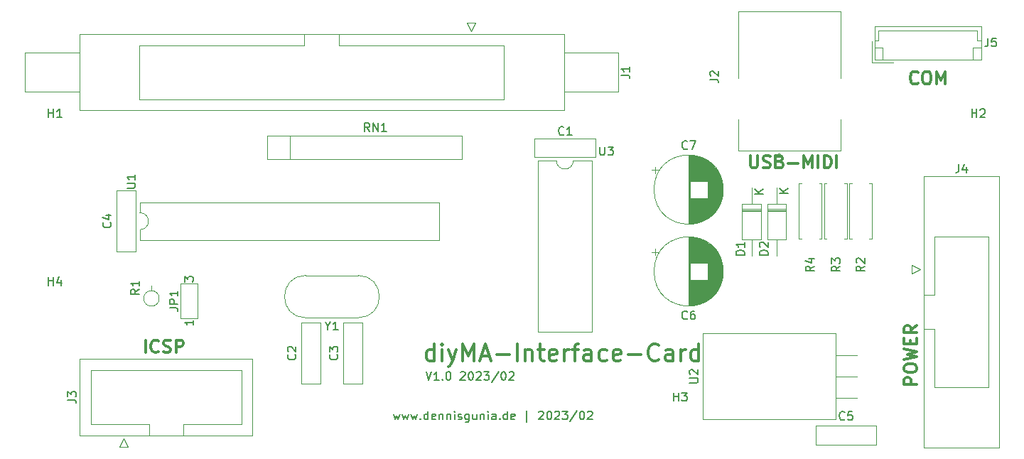
<source format=gbr>
%TF.GenerationSoftware,KiCad,Pcbnew,(6.0.4)*%
%TF.CreationDate,2023-02-09T14:30:41+01:00*%
%TF.ProjectId,Processor_Board,50726f63-6573-4736-9f72-5f426f617264,rev?*%
%TF.SameCoordinates,Original*%
%TF.FileFunction,Legend,Top*%
%TF.FilePolarity,Positive*%
%FSLAX46Y46*%
G04 Gerber Fmt 4.6, Leading zero omitted, Abs format (unit mm)*
G04 Created by KiCad (PCBNEW (6.0.4)) date 2023-02-09 14:30:41*
%MOMM*%
%LPD*%
G01*
G04 APERTURE LIST*
%ADD10C,0.150000*%
%ADD11C,0.300000*%
%ADD12C,0.200000*%
%ADD13C,0.120000*%
G04 APERTURE END LIST*
D10*
X84214285Y-156952380D02*
X84547619Y-157952380D01*
X84880952Y-156952380D01*
X85738095Y-157952380D02*
X85166666Y-157952380D01*
X85452380Y-157952380D02*
X85452380Y-156952380D01*
X85357142Y-157095238D01*
X85261904Y-157190476D01*
X85166666Y-157238095D01*
X86166666Y-157857142D02*
X86214285Y-157904761D01*
X86166666Y-157952380D01*
X86119047Y-157904761D01*
X86166666Y-157857142D01*
X86166666Y-157952380D01*
X86833333Y-156952380D02*
X86928571Y-156952380D01*
X87023809Y-157000000D01*
X87071428Y-157047619D01*
X87119047Y-157142857D01*
X87166666Y-157333333D01*
X87166666Y-157571428D01*
X87119047Y-157761904D01*
X87071428Y-157857142D01*
X87023809Y-157904761D01*
X86928571Y-157952380D01*
X86833333Y-157952380D01*
X86738095Y-157904761D01*
X86690476Y-157857142D01*
X86642857Y-157761904D01*
X86595238Y-157571428D01*
X86595238Y-157333333D01*
X86642857Y-157142857D01*
X86690476Y-157047619D01*
X86738095Y-157000000D01*
X86833333Y-156952380D01*
X88309523Y-157047619D02*
X88357142Y-157000000D01*
X88452380Y-156952380D01*
X88690476Y-156952380D01*
X88785714Y-157000000D01*
X88833333Y-157047619D01*
X88880952Y-157142857D01*
X88880952Y-157238095D01*
X88833333Y-157380952D01*
X88261904Y-157952380D01*
X88880952Y-157952380D01*
X89500000Y-156952380D02*
X89595238Y-156952380D01*
X89690476Y-157000000D01*
X89738095Y-157047619D01*
X89785714Y-157142857D01*
X89833333Y-157333333D01*
X89833333Y-157571428D01*
X89785714Y-157761904D01*
X89738095Y-157857142D01*
X89690476Y-157904761D01*
X89595238Y-157952380D01*
X89500000Y-157952380D01*
X89404761Y-157904761D01*
X89357142Y-157857142D01*
X89309523Y-157761904D01*
X89261904Y-157571428D01*
X89261904Y-157333333D01*
X89309523Y-157142857D01*
X89357142Y-157047619D01*
X89404761Y-157000000D01*
X89500000Y-156952380D01*
X90214285Y-157047619D02*
X90261904Y-157000000D01*
X90357142Y-156952380D01*
X90595238Y-156952380D01*
X90690476Y-157000000D01*
X90738095Y-157047619D01*
X90785714Y-157142857D01*
X90785714Y-157238095D01*
X90738095Y-157380952D01*
X90166666Y-157952380D01*
X90785714Y-157952380D01*
X91119047Y-156952380D02*
X91738095Y-156952380D01*
X91404761Y-157333333D01*
X91547619Y-157333333D01*
X91642857Y-157380952D01*
X91690476Y-157428571D01*
X91738095Y-157523809D01*
X91738095Y-157761904D01*
X91690476Y-157857142D01*
X91642857Y-157904761D01*
X91547619Y-157952380D01*
X91261904Y-157952380D01*
X91166666Y-157904761D01*
X91119047Y-157857142D01*
X92880952Y-156904761D02*
X92023809Y-158190476D01*
X93404761Y-156952380D02*
X93500000Y-156952380D01*
X93595238Y-157000000D01*
X93642857Y-157047619D01*
X93690476Y-157142857D01*
X93738095Y-157333333D01*
X93738095Y-157571428D01*
X93690476Y-157761904D01*
X93642857Y-157857142D01*
X93595238Y-157904761D01*
X93500000Y-157952380D01*
X93404761Y-157952380D01*
X93309523Y-157904761D01*
X93261904Y-157857142D01*
X93214285Y-157761904D01*
X93166666Y-157571428D01*
X93166666Y-157333333D01*
X93214285Y-157142857D01*
X93261904Y-157047619D01*
X93309523Y-157000000D01*
X93404761Y-156952380D01*
X94119047Y-157047619D02*
X94166666Y-157000000D01*
X94261904Y-156952380D01*
X94499999Y-156952380D01*
X94595238Y-157000000D01*
X94642857Y-157047619D01*
X94690476Y-157142857D01*
X94690476Y-157238095D01*
X94642857Y-157380952D01*
X94071428Y-157952380D01*
X94690476Y-157952380D01*
D11*
X122857142Y-131178571D02*
X122857142Y-132392857D01*
X122928571Y-132535714D01*
X123000000Y-132607142D01*
X123142857Y-132678571D01*
X123428571Y-132678571D01*
X123571428Y-132607142D01*
X123642857Y-132535714D01*
X123714285Y-132392857D01*
X123714285Y-131178571D01*
X124357142Y-132607142D02*
X124571428Y-132678571D01*
X124928571Y-132678571D01*
X125071428Y-132607142D01*
X125142857Y-132535714D01*
X125214285Y-132392857D01*
X125214285Y-132250000D01*
X125142857Y-132107142D01*
X125071428Y-132035714D01*
X124928571Y-131964285D01*
X124642857Y-131892857D01*
X124500000Y-131821428D01*
X124428571Y-131750000D01*
X124357142Y-131607142D01*
X124357142Y-131464285D01*
X124428571Y-131321428D01*
X124500000Y-131250000D01*
X124642857Y-131178571D01*
X125000000Y-131178571D01*
X125214285Y-131250000D01*
X126357142Y-131892857D02*
X126571428Y-131964285D01*
X126642857Y-132035714D01*
X126714285Y-132178571D01*
X126714285Y-132392857D01*
X126642857Y-132535714D01*
X126571428Y-132607142D01*
X126428571Y-132678571D01*
X125857142Y-132678571D01*
X125857142Y-131178571D01*
X126357142Y-131178571D01*
X126500000Y-131250000D01*
X126571428Y-131321428D01*
X126642857Y-131464285D01*
X126642857Y-131607142D01*
X126571428Y-131750000D01*
X126500000Y-131821428D01*
X126357142Y-131892857D01*
X125857142Y-131892857D01*
X127357142Y-132107142D02*
X128500000Y-132107142D01*
X129214285Y-132678571D02*
X129214285Y-131178571D01*
X129714285Y-132250000D01*
X130214285Y-131178571D01*
X130214285Y-132678571D01*
X130928571Y-132678571D02*
X130928571Y-131178571D01*
X131642857Y-132678571D02*
X131642857Y-131178571D01*
X132000000Y-131178571D01*
X132214285Y-131250000D01*
X132357142Y-131392857D01*
X132428571Y-131535714D01*
X132500000Y-131821428D01*
X132500000Y-132035714D01*
X132428571Y-132321428D01*
X132357142Y-132464285D01*
X132214285Y-132607142D01*
X132000000Y-132678571D01*
X131642857Y-132678571D01*
X133142857Y-132678571D02*
X133142857Y-131178571D01*
X85166666Y-155654761D02*
X85166666Y-153654761D01*
X85166666Y-155559523D02*
X84976190Y-155654761D01*
X84595238Y-155654761D01*
X84404761Y-155559523D01*
X84309523Y-155464285D01*
X84214285Y-155273809D01*
X84214285Y-154702380D01*
X84309523Y-154511904D01*
X84404761Y-154416666D01*
X84595238Y-154321428D01*
X84976190Y-154321428D01*
X85166666Y-154416666D01*
X86119047Y-155654761D02*
X86119047Y-154321428D01*
X86119047Y-153654761D02*
X86023809Y-153750000D01*
X86119047Y-153845238D01*
X86214285Y-153750000D01*
X86119047Y-153654761D01*
X86119047Y-153845238D01*
X86880952Y-154321428D02*
X87357142Y-155654761D01*
X87833333Y-154321428D02*
X87357142Y-155654761D01*
X87166666Y-156130952D01*
X87071428Y-156226190D01*
X86880952Y-156321428D01*
X88595238Y-155654761D02*
X88595238Y-153654761D01*
X89261904Y-155083333D01*
X89928571Y-153654761D01*
X89928571Y-155654761D01*
X90785714Y-155083333D02*
X91738095Y-155083333D01*
X90595238Y-155654761D02*
X91261904Y-153654761D01*
X91928571Y-155654761D01*
X92595238Y-154892857D02*
X94119047Y-154892857D01*
X95071428Y-155654761D02*
X95071428Y-153654761D01*
X96023809Y-154321428D02*
X96023809Y-155654761D01*
X96023809Y-154511904D02*
X96119047Y-154416666D01*
X96309523Y-154321428D01*
X96595238Y-154321428D01*
X96785714Y-154416666D01*
X96880952Y-154607142D01*
X96880952Y-155654761D01*
X97547619Y-154321428D02*
X98309523Y-154321428D01*
X97833333Y-153654761D02*
X97833333Y-155369047D01*
X97928571Y-155559523D01*
X98119047Y-155654761D01*
X98309523Y-155654761D01*
X99738095Y-155559523D02*
X99547619Y-155654761D01*
X99166666Y-155654761D01*
X98976190Y-155559523D01*
X98880952Y-155369047D01*
X98880952Y-154607142D01*
X98976190Y-154416666D01*
X99166666Y-154321428D01*
X99547619Y-154321428D01*
X99738095Y-154416666D01*
X99833333Y-154607142D01*
X99833333Y-154797619D01*
X98880952Y-154988095D01*
X100690476Y-155654761D02*
X100690476Y-154321428D01*
X100690476Y-154702380D02*
X100785714Y-154511904D01*
X100880952Y-154416666D01*
X101071428Y-154321428D01*
X101261904Y-154321428D01*
X101642857Y-154321428D02*
X102404761Y-154321428D01*
X101928571Y-155654761D02*
X101928571Y-153940476D01*
X102023809Y-153750000D01*
X102214285Y-153654761D01*
X102404761Y-153654761D01*
X103928571Y-155654761D02*
X103928571Y-154607142D01*
X103833333Y-154416666D01*
X103642857Y-154321428D01*
X103261904Y-154321428D01*
X103071428Y-154416666D01*
X103928571Y-155559523D02*
X103738095Y-155654761D01*
X103261904Y-155654761D01*
X103071428Y-155559523D01*
X102976190Y-155369047D01*
X102976190Y-155178571D01*
X103071428Y-154988095D01*
X103261904Y-154892857D01*
X103738095Y-154892857D01*
X103928571Y-154797619D01*
X105738095Y-155559523D02*
X105547619Y-155654761D01*
X105166666Y-155654761D01*
X104976190Y-155559523D01*
X104880952Y-155464285D01*
X104785714Y-155273809D01*
X104785714Y-154702380D01*
X104880952Y-154511904D01*
X104976190Y-154416666D01*
X105166666Y-154321428D01*
X105547619Y-154321428D01*
X105738095Y-154416666D01*
X107357142Y-155559523D02*
X107166666Y-155654761D01*
X106785714Y-155654761D01*
X106595238Y-155559523D01*
X106500000Y-155369047D01*
X106500000Y-154607142D01*
X106595238Y-154416666D01*
X106785714Y-154321428D01*
X107166666Y-154321428D01*
X107357142Y-154416666D01*
X107452380Y-154607142D01*
X107452380Y-154797619D01*
X106500000Y-154988095D01*
X108309523Y-154892857D02*
X109833333Y-154892857D01*
X111928571Y-155464285D02*
X111833333Y-155559523D01*
X111547619Y-155654761D01*
X111357142Y-155654761D01*
X111071428Y-155559523D01*
X110880952Y-155369047D01*
X110785714Y-155178571D01*
X110690476Y-154797619D01*
X110690476Y-154511904D01*
X110785714Y-154130952D01*
X110880952Y-153940476D01*
X111071428Y-153750000D01*
X111357142Y-153654761D01*
X111547619Y-153654761D01*
X111833333Y-153750000D01*
X111928571Y-153845238D01*
X113642857Y-155654761D02*
X113642857Y-154607142D01*
X113547619Y-154416666D01*
X113357142Y-154321428D01*
X112976190Y-154321428D01*
X112785714Y-154416666D01*
X113642857Y-155559523D02*
X113452380Y-155654761D01*
X112976190Y-155654761D01*
X112785714Y-155559523D01*
X112690476Y-155369047D01*
X112690476Y-155178571D01*
X112785714Y-154988095D01*
X112976190Y-154892857D01*
X113452380Y-154892857D01*
X113642857Y-154797619D01*
X114595238Y-155654761D02*
X114595238Y-154321428D01*
X114595238Y-154702380D02*
X114690476Y-154511904D01*
X114785714Y-154416666D01*
X114976190Y-154321428D01*
X115166666Y-154321428D01*
X116690476Y-155654761D02*
X116690476Y-153654761D01*
X116690476Y-155559523D02*
X116500000Y-155654761D01*
X116119047Y-155654761D01*
X115928571Y-155559523D01*
X115833333Y-155464285D01*
X115738095Y-155273809D01*
X115738095Y-154702380D01*
X115833333Y-154511904D01*
X115928571Y-154416666D01*
X116119047Y-154321428D01*
X116500000Y-154321428D01*
X116690476Y-154416666D01*
X142821428Y-122535714D02*
X142750000Y-122607142D01*
X142535714Y-122678571D01*
X142392857Y-122678571D01*
X142178571Y-122607142D01*
X142035714Y-122464285D01*
X141964285Y-122321428D01*
X141892857Y-122035714D01*
X141892857Y-121821428D01*
X141964285Y-121535714D01*
X142035714Y-121392857D01*
X142178571Y-121250000D01*
X142392857Y-121178571D01*
X142535714Y-121178571D01*
X142750000Y-121250000D01*
X142821428Y-121321428D01*
X143750000Y-121178571D02*
X144035714Y-121178571D01*
X144178571Y-121250000D01*
X144321428Y-121392857D01*
X144392857Y-121678571D01*
X144392857Y-122178571D01*
X144321428Y-122464285D01*
X144178571Y-122607142D01*
X144035714Y-122678571D01*
X143750000Y-122678571D01*
X143607142Y-122607142D01*
X143464285Y-122464285D01*
X143392857Y-122178571D01*
X143392857Y-121678571D01*
X143464285Y-121392857D01*
X143607142Y-121250000D01*
X143750000Y-121178571D01*
X145035714Y-122678571D02*
X145035714Y-121178571D01*
X145535714Y-122250000D01*
X146035714Y-121178571D01*
X146035714Y-122678571D01*
D12*
X80319047Y-161985714D02*
X80509523Y-162652380D01*
X80700000Y-162176190D01*
X80890476Y-162652380D01*
X81080952Y-161985714D01*
X81366666Y-161985714D02*
X81557142Y-162652380D01*
X81747619Y-162176190D01*
X81938095Y-162652380D01*
X82128571Y-161985714D01*
X82414285Y-161985714D02*
X82604761Y-162652380D01*
X82795238Y-162176190D01*
X82985714Y-162652380D01*
X83176190Y-161985714D01*
X83557142Y-162557142D02*
X83604761Y-162604761D01*
X83557142Y-162652380D01*
X83509523Y-162604761D01*
X83557142Y-162557142D01*
X83557142Y-162652380D01*
X84461904Y-162652380D02*
X84461904Y-161652380D01*
X84461904Y-162604761D02*
X84366666Y-162652380D01*
X84176190Y-162652380D01*
X84080952Y-162604761D01*
X84033333Y-162557142D01*
X83985714Y-162461904D01*
X83985714Y-162176190D01*
X84033333Y-162080952D01*
X84080952Y-162033333D01*
X84176190Y-161985714D01*
X84366666Y-161985714D01*
X84461904Y-162033333D01*
X85319047Y-162604761D02*
X85223809Y-162652380D01*
X85033333Y-162652380D01*
X84938095Y-162604761D01*
X84890476Y-162509523D01*
X84890476Y-162128571D01*
X84938095Y-162033333D01*
X85033333Y-161985714D01*
X85223809Y-161985714D01*
X85319047Y-162033333D01*
X85366666Y-162128571D01*
X85366666Y-162223809D01*
X84890476Y-162319047D01*
X85795238Y-161985714D02*
X85795238Y-162652380D01*
X85795238Y-162080952D02*
X85842857Y-162033333D01*
X85938095Y-161985714D01*
X86080952Y-161985714D01*
X86176190Y-162033333D01*
X86223809Y-162128571D01*
X86223809Y-162652380D01*
X86700000Y-161985714D02*
X86700000Y-162652380D01*
X86700000Y-162080952D02*
X86747619Y-162033333D01*
X86842857Y-161985714D01*
X86985714Y-161985714D01*
X87080952Y-162033333D01*
X87128571Y-162128571D01*
X87128571Y-162652380D01*
X87604761Y-162652380D02*
X87604761Y-161985714D01*
X87604761Y-161652380D02*
X87557142Y-161700000D01*
X87604761Y-161747619D01*
X87652380Y-161700000D01*
X87604761Y-161652380D01*
X87604761Y-161747619D01*
X88033333Y-162604761D02*
X88128571Y-162652380D01*
X88319047Y-162652380D01*
X88414285Y-162604761D01*
X88461904Y-162509523D01*
X88461904Y-162461904D01*
X88414285Y-162366666D01*
X88319047Y-162319047D01*
X88176190Y-162319047D01*
X88080952Y-162271428D01*
X88033333Y-162176190D01*
X88033333Y-162128571D01*
X88080952Y-162033333D01*
X88176190Y-161985714D01*
X88319047Y-161985714D01*
X88414285Y-162033333D01*
X89319047Y-161985714D02*
X89319047Y-162795238D01*
X89271428Y-162890476D01*
X89223809Y-162938095D01*
X89128571Y-162985714D01*
X88985714Y-162985714D01*
X88890476Y-162938095D01*
X89319047Y-162604761D02*
X89223809Y-162652380D01*
X89033333Y-162652380D01*
X88938095Y-162604761D01*
X88890476Y-162557142D01*
X88842857Y-162461904D01*
X88842857Y-162176190D01*
X88890476Y-162080952D01*
X88938095Y-162033333D01*
X89033333Y-161985714D01*
X89223809Y-161985714D01*
X89319047Y-162033333D01*
X90223809Y-161985714D02*
X90223809Y-162652380D01*
X89795238Y-161985714D02*
X89795238Y-162509523D01*
X89842857Y-162604761D01*
X89938095Y-162652380D01*
X90080952Y-162652380D01*
X90176190Y-162604761D01*
X90223809Y-162557142D01*
X90700000Y-161985714D02*
X90700000Y-162652380D01*
X90700000Y-162080952D02*
X90747619Y-162033333D01*
X90842857Y-161985714D01*
X90985714Y-161985714D01*
X91080952Y-162033333D01*
X91128571Y-162128571D01*
X91128571Y-162652380D01*
X91604761Y-162652380D02*
X91604761Y-161985714D01*
X91604761Y-161652380D02*
X91557142Y-161700000D01*
X91604761Y-161747619D01*
X91652380Y-161700000D01*
X91604761Y-161652380D01*
X91604761Y-161747619D01*
X92509523Y-162652380D02*
X92509523Y-162128571D01*
X92461904Y-162033333D01*
X92366666Y-161985714D01*
X92176190Y-161985714D01*
X92080952Y-162033333D01*
X92509523Y-162604761D02*
X92414285Y-162652380D01*
X92176190Y-162652380D01*
X92080952Y-162604761D01*
X92033333Y-162509523D01*
X92033333Y-162414285D01*
X92080952Y-162319047D01*
X92176190Y-162271428D01*
X92414285Y-162271428D01*
X92509523Y-162223809D01*
X92985714Y-162557142D02*
X93033333Y-162604761D01*
X92985714Y-162652380D01*
X92938095Y-162604761D01*
X92985714Y-162557142D01*
X92985714Y-162652380D01*
X93890476Y-162652380D02*
X93890476Y-161652380D01*
X93890476Y-162604761D02*
X93795238Y-162652380D01*
X93604761Y-162652380D01*
X93509523Y-162604761D01*
X93461904Y-162557142D01*
X93414285Y-162461904D01*
X93414285Y-162176190D01*
X93461904Y-162080952D01*
X93509523Y-162033333D01*
X93604761Y-161985714D01*
X93795238Y-161985714D01*
X93890476Y-162033333D01*
X94747619Y-162604761D02*
X94652380Y-162652380D01*
X94461904Y-162652380D01*
X94366666Y-162604761D01*
X94319047Y-162509523D01*
X94319047Y-162128571D01*
X94366666Y-162033333D01*
X94461904Y-161985714D01*
X94652380Y-161985714D01*
X94747619Y-162033333D01*
X94795238Y-162128571D01*
X94795238Y-162223809D01*
X94319047Y-162319047D01*
X96223809Y-162985714D02*
X96223809Y-161557142D01*
X97652380Y-161747619D02*
X97700000Y-161700000D01*
X97795238Y-161652380D01*
X98033333Y-161652380D01*
X98128571Y-161700000D01*
X98176190Y-161747619D01*
X98223809Y-161842857D01*
X98223809Y-161938095D01*
X98176190Y-162080952D01*
X97604761Y-162652380D01*
X98223809Y-162652380D01*
X98842857Y-161652380D02*
X98938095Y-161652380D01*
X99033333Y-161700000D01*
X99080952Y-161747619D01*
X99128571Y-161842857D01*
X99176190Y-162033333D01*
X99176190Y-162271428D01*
X99128571Y-162461904D01*
X99080952Y-162557142D01*
X99033333Y-162604761D01*
X98938095Y-162652380D01*
X98842857Y-162652380D01*
X98747619Y-162604761D01*
X98700000Y-162557142D01*
X98652380Y-162461904D01*
X98604761Y-162271428D01*
X98604761Y-162033333D01*
X98652380Y-161842857D01*
X98700000Y-161747619D01*
X98747619Y-161700000D01*
X98842857Y-161652380D01*
X99557142Y-161747619D02*
X99604761Y-161700000D01*
X99700000Y-161652380D01*
X99938095Y-161652380D01*
X100033333Y-161700000D01*
X100080952Y-161747619D01*
X100128571Y-161842857D01*
X100128571Y-161938095D01*
X100080952Y-162080952D01*
X99509523Y-162652380D01*
X100128571Y-162652380D01*
X100461904Y-161652380D02*
X101080952Y-161652380D01*
X100747619Y-162033333D01*
X100890476Y-162033333D01*
X100985714Y-162080952D01*
X101033333Y-162128571D01*
X101080952Y-162223809D01*
X101080952Y-162461904D01*
X101033333Y-162557142D01*
X100985714Y-162604761D01*
X100890476Y-162652380D01*
X100604761Y-162652380D01*
X100509523Y-162604761D01*
X100461904Y-162557142D01*
X102223809Y-161604761D02*
X101366666Y-162890476D01*
X102747619Y-161652380D02*
X102842857Y-161652380D01*
X102938095Y-161700000D01*
X102985714Y-161747619D01*
X103033333Y-161842857D01*
X103080952Y-162033333D01*
X103080952Y-162271428D01*
X103033333Y-162461904D01*
X102985714Y-162557142D01*
X102938095Y-162604761D01*
X102842857Y-162652380D01*
X102747619Y-162652380D01*
X102652380Y-162604761D01*
X102604761Y-162557142D01*
X102557142Y-162461904D01*
X102509523Y-162271428D01*
X102509523Y-162033333D01*
X102557142Y-161842857D01*
X102604761Y-161747619D01*
X102652380Y-161700000D01*
X102747619Y-161652380D01*
X103461904Y-161747619D02*
X103509523Y-161700000D01*
X103604761Y-161652380D01*
X103842857Y-161652380D01*
X103938095Y-161700000D01*
X103985714Y-161747619D01*
X104033333Y-161842857D01*
X104033333Y-161938095D01*
X103985714Y-162080952D01*
X103414285Y-162652380D01*
X104033333Y-162652380D01*
D11*
X50785714Y-154678571D02*
X50785714Y-153178571D01*
X52357142Y-154535714D02*
X52285714Y-154607142D01*
X52071428Y-154678571D01*
X51928571Y-154678571D01*
X51714285Y-154607142D01*
X51571428Y-154464285D01*
X51500000Y-154321428D01*
X51428571Y-154035714D01*
X51428571Y-153821428D01*
X51500000Y-153535714D01*
X51571428Y-153392857D01*
X51714285Y-153250000D01*
X51928571Y-153178571D01*
X52071428Y-153178571D01*
X52285714Y-153250000D01*
X52357142Y-153321428D01*
X52928571Y-154607142D02*
X53142857Y-154678571D01*
X53500000Y-154678571D01*
X53642857Y-154607142D01*
X53714285Y-154535714D01*
X53785714Y-154392857D01*
X53785714Y-154250000D01*
X53714285Y-154107142D01*
X53642857Y-154035714D01*
X53500000Y-153964285D01*
X53214285Y-153892857D01*
X53071428Y-153821428D01*
X53000000Y-153750000D01*
X52928571Y-153607142D01*
X52928571Y-153464285D01*
X53000000Y-153321428D01*
X53071428Y-153250000D01*
X53214285Y-153178571D01*
X53571428Y-153178571D01*
X53785714Y-153250000D01*
X54428571Y-154678571D02*
X54428571Y-153178571D01*
X55000000Y-153178571D01*
X55142857Y-153250000D01*
X55214285Y-153321428D01*
X55285714Y-153464285D01*
X55285714Y-153678571D01*
X55214285Y-153821428D01*
X55142857Y-153892857D01*
X55000000Y-153964285D01*
X54428571Y-153964285D01*
X142678571Y-158464285D02*
X141178571Y-158464285D01*
X141178571Y-157892857D01*
X141250000Y-157750000D01*
X141321428Y-157678571D01*
X141464285Y-157607142D01*
X141678571Y-157607142D01*
X141821428Y-157678571D01*
X141892857Y-157750000D01*
X141964285Y-157892857D01*
X141964285Y-158464285D01*
X141178571Y-156678571D02*
X141178571Y-156392857D01*
X141250000Y-156250000D01*
X141392857Y-156107142D01*
X141678571Y-156035714D01*
X142178571Y-156035714D01*
X142464285Y-156107142D01*
X142607142Y-156250000D01*
X142678571Y-156392857D01*
X142678571Y-156678571D01*
X142607142Y-156821428D01*
X142464285Y-156964285D01*
X142178571Y-157035714D01*
X141678571Y-157035714D01*
X141392857Y-156964285D01*
X141250000Y-156821428D01*
X141178571Y-156678571D01*
X141178571Y-155535714D02*
X142678571Y-155178571D01*
X141607142Y-154892857D01*
X142678571Y-154607142D01*
X141178571Y-154250000D01*
X141892857Y-153678571D02*
X141892857Y-153178571D01*
X142678571Y-152964285D02*
X142678571Y-153678571D01*
X141178571Y-153678571D01*
X141178571Y-152964285D01*
X142678571Y-151464285D02*
X141964285Y-151964285D01*
X142678571Y-152321428D02*
X141178571Y-152321428D01*
X141178571Y-151750000D01*
X141250000Y-151607142D01*
X141321428Y-151535714D01*
X141464285Y-151464285D01*
X141678571Y-151464285D01*
X141821428Y-151535714D01*
X141892857Y-151607142D01*
X141964285Y-151750000D01*
X141964285Y-152321428D01*
D10*
%TO.C,C7*%
X115333333Y-130357142D02*
X115285714Y-130404761D01*
X115142857Y-130452380D01*
X115047619Y-130452380D01*
X114904761Y-130404761D01*
X114809523Y-130309523D01*
X114761904Y-130214285D01*
X114714285Y-130023809D01*
X114714285Y-129880952D01*
X114761904Y-129690476D01*
X114809523Y-129595238D01*
X114904761Y-129500000D01*
X115047619Y-129452380D01*
X115142857Y-129452380D01*
X115285714Y-129500000D01*
X115333333Y-129547619D01*
X115666666Y-129452380D02*
X116333333Y-129452380D01*
X115904761Y-130452380D01*
%TO.C,C6*%
X115333333Y-150607142D02*
X115285714Y-150654761D01*
X115142857Y-150702380D01*
X115047619Y-150702380D01*
X114904761Y-150654761D01*
X114809523Y-150559523D01*
X114761904Y-150464285D01*
X114714285Y-150273809D01*
X114714285Y-150130952D01*
X114761904Y-149940476D01*
X114809523Y-149845238D01*
X114904761Y-149750000D01*
X115047619Y-149702380D01*
X115142857Y-149702380D01*
X115285714Y-149750000D01*
X115333333Y-149797619D01*
X116190476Y-149702380D02*
X116000000Y-149702380D01*
X115904761Y-149750000D01*
X115857142Y-149797619D01*
X115761904Y-149940476D01*
X115714285Y-150130952D01*
X115714285Y-150511904D01*
X115761904Y-150607142D01*
X115809523Y-150654761D01*
X115904761Y-150702380D01*
X116095238Y-150702380D01*
X116190476Y-150654761D01*
X116238095Y-150607142D01*
X116285714Y-150511904D01*
X116285714Y-150273809D01*
X116238095Y-150178571D01*
X116190476Y-150130952D01*
X116095238Y-150083333D01*
X115904761Y-150083333D01*
X115809523Y-150130952D01*
X115761904Y-150178571D01*
X115714285Y-150273809D01*
%TO.C,J5*%
X151166666Y-117202380D02*
X151166666Y-117916666D01*
X151119047Y-118059523D01*
X151023809Y-118154761D01*
X150880952Y-118202380D01*
X150785714Y-118202380D01*
X152119047Y-117202380D02*
X151642857Y-117202380D01*
X151595238Y-117678571D01*
X151642857Y-117630952D01*
X151738095Y-117583333D01*
X151976190Y-117583333D01*
X152071428Y-117630952D01*
X152119047Y-117678571D01*
X152166666Y-117773809D01*
X152166666Y-118011904D01*
X152119047Y-118107142D01*
X152071428Y-118154761D01*
X151976190Y-118202380D01*
X151738095Y-118202380D01*
X151642857Y-118154761D01*
X151595238Y-118107142D01*
%TO.C,JP1*%
X53652380Y-149333333D02*
X54366666Y-149333333D01*
X54509523Y-149380952D01*
X54604761Y-149476190D01*
X54652380Y-149619047D01*
X54652380Y-149714285D01*
X54652380Y-148857142D02*
X53652380Y-148857142D01*
X53652380Y-148476190D01*
X53700000Y-148380952D01*
X53747619Y-148333333D01*
X53842857Y-148285714D01*
X53985714Y-148285714D01*
X54080952Y-148333333D01*
X54128571Y-148380952D01*
X54176190Y-148476190D01*
X54176190Y-148857142D01*
X54652380Y-147333333D02*
X54652380Y-147904761D01*
X54652380Y-147619047D02*
X53652380Y-147619047D01*
X53795238Y-147714285D01*
X53890476Y-147809523D01*
X53938095Y-147904761D01*
X56452380Y-150814285D02*
X56452380Y-151385714D01*
X56452380Y-151100000D02*
X55452380Y-151100000D01*
X55595238Y-151195238D01*
X55690476Y-151290476D01*
X55738095Y-151385714D01*
X55452380Y-146233333D02*
X55452380Y-145614285D01*
X55833333Y-145947619D01*
X55833333Y-145804761D01*
X55880952Y-145709523D01*
X55928571Y-145661904D01*
X56023809Y-145614285D01*
X56261904Y-145614285D01*
X56357142Y-145661904D01*
X56404761Y-145709523D01*
X56452380Y-145804761D01*
X56452380Y-146090476D01*
X56404761Y-146185714D01*
X56357142Y-146233333D01*
%TO.C,R2*%
X136452380Y-144366666D02*
X135976190Y-144700000D01*
X136452380Y-144938095D02*
X135452380Y-144938095D01*
X135452380Y-144557142D01*
X135500000Y-144461904D01*
X135547619Y-144414285D01*
X135642857Y-144366666D01*
X135785714Y-144366666D01*
X135880952Y-144414285D01*
X135928571Y-144461904D01*
X135976190Y-144557142D01*
X135976190Y-144938095D01*
X135547619Y-143985714D02*
X135500000Y-143938095D01*
X135452380Y-143842857D01*
X135452380Y-143604761D01*
X135500000Y-143509523D01*
X135547619Y-143461904D01*
X135642857Y-143414285D01*
X135738095Y-143414285D01*
X135880952Y-143461904D01*
X136452380Y-144033333D01*
X136452380Y-143414285D01*
%TO.C,H3*%
X113738095Y-160452380D02*
X113738095Y-159452380D01*
X113738095Y-159928571D02*
X114309523Y-159928571D01*
X114309523Y-160452380D02*
X114309523Y-159452380D01*
X114690476Y-159452380D02*
X115309523Y-159452380D01*
X114976190Y-159833333D01*
X115119047Y-159833333D01*
X115214285Y-159880952D01*
X115261904Y-159928571D01*
X115309523Y-160023809D01*
X115309523Y-160261904D01*
X115261904Y-160357142D01*
X115214285Y-160404761D01*
X115119047Y-160452380D01*
X114833333Y-160452380D01*
X114738095Y-160404761D01*
X114690476Y-160357142D01*
%TO.C,R1*%
X50032380Y-147116666D02*
X49556190Y-147450000D01*
X50032380Y-147688095D02*
X49032380Y-147688095D01*
X49032380Y-147307142D01*
X49080000Y-147211904D01*
X49127619Y-147164285D01*
X49222857Y-147116666D01*
X49365714Y-147116666D01*
X49460952Y-147164285D01*
X49508571Y-147211904D01*
X49556190Y-147307142D01*
X49556190Y-147688095D01*
X50032380Y-146164285D02*
X50032380Y-146735714D01*
X50032380Y-146450000D02*
X49032380Y-146450000D01*
X49175238Y-146545238D01*
X49270476Y-146640476D01*
X49318095Y-146735714D01*
%TO.C,D1*%
X122152380Y-143038095D02*
X121152380Y-143038095D01*
X121152380Y-142800000D01*
X121200000Y-142657142D01*
X121295238Y-142561904D01*
X121390476Y-142514285D01*
X121580952Y-142466666D01*
X121723809Y-142466666D01*
X121914285Y-142514285D01*
X122009523Y-142561904D01*
X122104761Y-142657142D01*
X122152380Y-142800000D01*
X122152380Y-143038095D01*
X122152380Y-141514285D02*
X122152380Y-142085714D01*
X122152380Y-141800000D02*
X121152380Y-141800000D01*
X121295238Y-141895238D01*
X121390476Y-141990476D01*
X121438095Y-142085714D01*
X124352380Y-135761904D02*
X123352380Y-135761904D01*
X124352380Y-135190476D02*
X123780952Y-135619047D01*
X123352380Y-135190476D02*
X123923809Y-135761904D01*
%TO.C,J1*%
X107482380Y-121603333D02*
X108196666Y-121603333D01*
X108339523Y-121650952D01*
X108434761Y-121746190D01*
X108482380Y-121889047D01*
X108482380Y-121984285D01*
X108482380Y-120603333D02*
X108482380Y-121174761D01*
X108482380Y-120889047D02*
X107482380Y-120889047D01*
X107625238Y-120984285D01*
X107720476Y-121079523D01*
X107768095Y-121174761D01*
%TO.C,U2*%
X115602380Y-158261904D02*
X116411904Y-158261904D01*
X116507142Y-158214285D01*
X116554761Y-158166666D01*
X116602380Y-158071428D01*
X116602380Y-157880952D01*
X116554761Y-157785714D01*
X116507142Y-157738095D01*
X116411904Y-157690476D01*
X115602380Y-157690476D01*
X115697619Y-157261904D02*
X115650000Y-157214285D01*
X115602380Y-157119047D01*
X115602380Y-156880952D01*
X115650000Y-156785714D01*
X115697619Y-156738095D01*
X115792857Y-156690476D01*
X115888095Y-156690476D01*
X116030952Y-156738095D01*
X116602380Y-157309523D01*
X116602380Y-156690476D01*
%TO.C,J3*%
X41522380Y-160315833D02*
X42236666Y-160315833D01*
X42379523Y-160363452D01*
X42474761Y-160458690D01*
X42522380Y-160601547D01*
X42522380Y-160696785D01*
X41522380Y-159934880D02*
X41522380Y-159315833D01*
X41903333Y-159649166D01*
X41903333Y-159506309D01*
X41950952Y-159411071D01*
X41998571Y-159363452D01*
X42093809Y-159315833D01*
X42331904Y-159315833D01*
X42427142Y-159363452D01*
X42474761Y-159411071D01*
X42522380Y-159506309D01*
X42522380Y-159792023D01*
X42474761Y-159887261D01*
X42427142Y-159934880D01*
%TO.C,H4*%
X39238095Y-146652380D02*
X39238095Y-145652380D01*
X39238095Y-146128571D02*
X39809523Y-146128571D01*
X39809523Y-146652380D02*
X39809523Y-145652380D01*
X40714285Y-145985714D02*
X40714285Y-146652380D01*
X40476190Y-145604761D02*
X40238095Y-146319047D01*
X40857142Y-146319047D01*
%TO.C,C4*%
X46607142Y-139166666D02*
X46654761Y-139214285D01*
X46702380Y-139357142D01*
X46702380Y-139452380D01*
X46654761Y-139595238D01*
X46559523Y-139690476D01*
X46464285Y-139738095D01*
X46273809Y-139785714D01*
X46130952Y-139785714D01*
X45940476Y-139738095D01*
X45845238Y-139690476D01*
X45750000Y-139595238D01*
X45702380Y-139452380D01*
X45702380Y-139357142D01*
X45750000Y-139214285D01*
X45797619Y-139166666D01*
X46035714Y-138309523D02*
X46702380Y-138309523D01*
X45654761Y-138547619D02*
X46369047Y-138785714D01*
X46369047Y-138166666D01*
%TO.C,RN1*%
X77489523Y-128302380D02*
X77156190Y-127826190D01*
X76918095Y-128302380D02*
X76918095Y-127302380D01*
X77299047Y-127302380D01*
X77394285Y-127350000D01*
X77441904Y-127397619D01*
X77489523Y-127492857D01*
X77489523Y-127635714D01*
X77441904Y-127730952D01*
X77394285Y-127778571D01*
X77299047Y-127826190D01*
X76918095Y-127826190D01*
X77918095Y-128302380D02*
X77918095Y-127302380D01*
X78489523Y-128302380D01*
X78489523Y-127302380D01*
X79489523Y-128302380D02*
X78918095Y-128302380D01*
X79203809Y-128302380D02*
X79203809Y-127302380D01*
X79108571Y-127445238D01*
X79013333Y-127540476D01*
X78918095Y-127588095D01*
%TO.C,C5*%
X134083333Y-162607142D02*
X134035714Y-162654761D01*
X133892857Y-162702380D01*
X133797619Y-162702380D01*
X133654761Y-162654761D01*
X133559523Y-162559523D01*
X133511904Y-162464285D01*
X133464285Y-162273809D01*
X133464285Y-162130952D01*
X133511904Y-161940476D01*
X133559523Y-161845238D01*
X133654761Y-161750000D01*
X133797619Y-161702380D01*
X133892857Y-161702380D01*
X134035714Y-161750000D01*
X134083333Y-161797619D01*
X134988095Y-161702380D02*
X134511904Y-161702380D01*
X134464285Y-162178571D01*
X134511904Y-162130952D01*
X134607142Y-162083333D01*
X134845238Y-162083333D01*
X134940476Y-162130952D01*
X134988095Y-162178571D01*
X135035714Y-162273809D01*
X135035714Y-162511904D01*
X134988095Y-162607142D01*
X134940476Y-162654761D01*
X134845238Y-162702380D01*
X134607142Y-162702380D01*
X134511904Y-162654761D01*
X134464285Y-162607142D01*
%TO.C,H1*%
X39238095Y-126652380D02*
X39238095Y-125652380D01*
X39238095Y-126128571D02*
X39809523Y-126128571D01*
X39809523Y-126652380D02*
X39809523Y-125652380D01*
X40809523Y-126652380D02*
X40238095Y-126652380D01*
X40523809Y-126652380D02*
X40523809Y-125652380D01*
X40428571Y-125795238D01*
X40333333Y-125890476D01*
X40238095Y-125938095D01*
%TO.C,Y1*%
X72523809Y-151501190D02*
X72523809Y-151977380D01*
X72190476Y-150977380D02*
X72523809Y-151501190D01*
X72857142Y-150977380D01*
X73714285Y-151977380D02*
X73142857Y-151977380D01*
X73428571Y-151977380D02*
X73428571Y-150977380D01*
X73333333Y-151120238D01*
X73238095Y-151215476D01*
X73142857Y-151263095D01*
%TO.C,J4*%
X147686666Y-132232380D02*
X147686666Y-132946666D01*
X147639047Y-133089523D01*
X147543809Y-133184761D01*
X147400952Y-133232380D01*
X147305714Y-133232380D01*
X148591428Y-132565714D02*
X148591428Y-133232380D01*
X148353333Y-132184761D02*
X148115238Y-132899047D01*
X148734285Y-132899047D01*
%TO.C,J2*%
X118052380Y-122120833D02*
X118766666Y-122120833D01*
X118909523Y-122168452D01*
X119004761Y-122263690D01*
X119052380Y-122406547D01*
X119052380Y-122501785D01*
X118147619Y-121692261D02*
X118100000Y-121644642D01*
X118052380Y-121549404D01*
X118052380Y-121311309D01*
X118100000Y-121216071D01*
X118147619Y-121168452D01*
X118242857Y-121120833D01*
X118338095Y-121120833D01*
X118480952Y-121168452D01*
X119052380Y-121739880D01*
X119052380Y-121120833D01*
%TO.C,R3*%
X133552380Y-144366666D02*
X133076190Y-144700000D01*
X133552380Y-144938095D02*
X132552380Y-144938095D01*
X132552380Y-144557142D01*
X132600000Y-144461904D01*
X132647619Y-144414285D01*
X132742857Y-144366666D01*
X132885714Y-144366666D01*
X132980952Y-144414285D01*
X133028571Y-144461904D01*
X133076190Y-144557142D01*
X133076190Y-144938095D01*
X132552380Y-144033333D02*
X132552380Y-143414285D01*
X132933333Y-143747619D01*
X132933333Y-143604761D01*
X132980952Y-143509523D01*
X133028571Y-143461904D01*
X133123809Y-143414285D01*
X133361904Y-143414285D01*
X133457142Y-143461904D01*
X133504761Y-143509523D01*
X133552380Y-143604761D01*
X133552380Y-143890476D01*
X133504761Y-143985714D01*
X133457142Y-144033333D01*
%TO.C,C2*%
X68607142Y-154916666D02*
X68654761Y-154964285D01*
X68702380Y-155107142D01*
X68702380Y-155202380D01*
X68654761Y-155345238D01*
X68559523Y-155440476D01*
X68464285Y-155488095D01*
X68273809Y-155535714D01*
X68130952Y-155535714D01*
X67940476Y-155488095D01*
X67845238Y-155440476D01*
X67750000Y-155345238D01*
X67702380Y-155202380D01*
X67702380Y-155107142D01*
X67750000Y-154964285D01*
X67797619Y-154916666D01*
X67797619Y-154535714D02*
X67750000Y-154488095D01*
X67702380Y-154392857D01*
X67702380Y-154154761D01*
X67750000Y-154059523D01*
X67797619Y-154011904D01*
X67892857Y-153964285D01*
X67988095Y-153964285D01*
X68130952Y-154011904D01*
X68702380Y-154583333D01*
X68702380Y-153964285D01*
%TO.C,U3*%
X104938095Y-130152380D02*
X104938095Y-130961904D01*
X104985714Y-131057142D01*
X105033333Y-131104761D01*
X105128571Y-131152380D01*
X105319047Y-131152380D01*
X105414285Y-131104761D01*
X105461904Y-131057142D01*
X105509523Y-130961904D01*
X105509523Y-130152380D01*
X105890476Y-130152380D02*
X106509523Y-130152380D01*
X106176190Y-130533333D01*
X106319047Y-130533333D01*
X106414285Y-130580952D01*
X106461904Y-130628571D01*
X106509523Y-130723809D01*
X106509523Y-130961904D01*
X106461904Y-131057142D01*
X106414285Y-131104761D01*
X106319047Y-131152380D01*
X106033333Y-131152380D01*
X105938095Y-131104761D01*
X105890476Y-131057142D01*
%TO.C,C3*%
X73607142Y-154916666D02*
X73654761Y-154964285D01*
X73702380Y-155107142D01*
X73702380Y-155202380D01*
X73654761Y-155345238D01*
X73559523Y-155440476D01*
X73464285Y-155488095D01*
X73273809Y-155535714D01*
X73130952Y-155535714D01*
X72940476Y-155488095D01*
X72845238Y-155440476D01*
X72750000Y-155345238D01*
X72702380Y-155202380D01*
X72702380Y-155107142D01*
X72750000Y-154964285D01*
X72797619Y-154916666D01*
X72702380Y-154583333D02*
X72702380Y-153964285D01*
X73083333Y-154297619D01*
X73083333Y-154154761D01*
X73130952Y-154059523D01*
X73178571Y-154011904D01*
X73273809Y-153964285D01*
X73511904Y-153964285D01*
X73607142Y-154011904D01*
X73654761Y-154059523D01*
X73702380Y-154154761D01*
X73702380Y-154440476D01*
X73654761Y-154535714D01*
X73607142Y-154583333D01*
%TO.C,C1*%
X100633333Y-128657142D02*
X100585714Y-128704761D01*
X100442857Y-128752380D01*
X100347619Y-128752380D01*
X100204761Y-128704761D01*
X100109523Y-128609523D01*
X100061904Y-128514285D01*
X100014285Y-128323809D01*
X100014285Y-128180952D01*
X100061904Y-127990476D01*
X100109523Y-127895238D01*
X100204761Y-127800000D01*
X100347619Y-127752380D01*
X100442857Y-127752380D01*
X100585714Y-127800000D01*
X100633333Y-127847619D01*
X101585714Y-128752380D02*
X101014285Y-128752380D01*
X101300000Y-128752380D02*
X101300000Y-127752380D01*
X101204761Y-127895238D01*
X101109523Y-127990476D01*
X101014285Y-128038095D01*
%TO.C,H2*%
X149238095Y-126652380D02*
X149238095Y-125652380D01*
X149238095Y-126128571D02*
X149809523Y-126128571D01*
X149809523Y-126652380D02*
X149809523Y-125652380D01*
X150238095Y-125747619D02*
X150285714Y-125700000D01*
X150380952Y-125652380D01*
X150619047Y-125652380D01*
X150714285Y-125700000D01*
X150761904Y-125747619D01*
X150809523Y-125842857D01*
X150809523Y-125938095D01*
X150761904Y-126080952D01*
X150190476Y-126652380D01*
X150809523Y-126652380D01*
%TO.C,R4*%
X130452380Y-144366666D02*
X129976190Y-144700000D01*
X130452380Y-144938095D02*
X129452380Y-144938095D01*
X129452380Y-144557142D01*
X129500000Y-144461904D01*
X129547619Y-144414285D01*
X129642857Y-144366666D01*
X129785714Y-144366666D01*
X129880952Y-144414285D01*
X129928571Y-144461904D01*
X129976190Y-144557142D01*
X129976190Y-144938095D01*
X129785714Y-143509523D02*
X130452380Y-143509523D01*
X129404761Y-143747619D02*
X130119047Y-143985714D01*
X130119047Y-143366666D01*
%TO.C,D2*%
X124952380Y-143038095D02*
X123952380Y-143038095D01*
X123952380Y-142800000D01*
X124000000Y-142657142D01*
X124095238Y-142561904D01*
X124190476Y-142514285D01*
X124380952Y-142466666D01*
X124523809Y-142466666D01*
X124714285Y-142514285D01*
X124809523Y-142561904D01*
X124904761Y-142657142D01*
X124952380Y-142800000D01*
X124952380Y-143038095D01*
X124047619Y-142085714D02*
X124000000Y-142038095D01*
X123952380Y-141942857D01*
X123952380Y-141704761D01*
X124000000Y-141609523D01*
X124047619Y-141561904D01*
X124142857Y-141514285D01*
X124238095Y-141514285D01*
X124380952Y-141561904D01*
X124952380Y-142133333D01*
X124952380Y-141514285D01*
X127352380Y-135661904D02*
X126352380Y-135661904D01*
X127352380Y-135090476D02*
X126780952Y-135519047D01*
X126352380Y-135090476D02*
X126923809Y-135661904D01*
%TO.C,U1*%
X48582380Y-135061904D02*
X49391904Y-135061904D01*
X49487142Y-135014285D01*
X49534761Y-134966666D01*
X49582380Y-134871428D01*
X49582380Y-134680952D01*
X49534761Y-134585714D01*
X49487142Y-134538095D01*
X49391904Y-134490476D01*
X48582380Y-134490476D01*
X49582380Y-133490476D02*
X49582380Y-134061904D01*
X49582380Y-133776190D02*
X48582380Y-133776190D01*
X48725238Y-133871428D01*
X48820476Y-133966666D01*
X48868095Y-134061904D01*
D13*
%TO.C,C7*%
X119541000Y-134482000D02*
X119541000Y-136018000D01*
X111490302Y-132535000D02*
X111490302Y-133335000D01*
X119421000Y-134021000D02*
X119421000Y-136479000D01*
X116501000Y-131293000D02*
X116501000Y-134210000D01*
X117541000Y-131710000D02*
X117541000Y-134210000D01*
X116901000Y-131415000D02*
X116901000Y-134210000D01*
X118301000Y-132267000D02*
X118301000Y-138233000D01*
X116261000Y-136290000D02*
X116261000Y-139260000D01*
X116861000Y-131400000D02*
X116861000Y-134210000D01*
X116981000Y-131445000D02*
X116981000Y-134210000D01*
X118781000Y-132796000D02*
X118781000Y-137704000D01*
X118901000Y-132963000D02*
X118901000Y-137537000D01*
X118981000Y-133084000D02*
X118981000Y-137416000D01*
X117701000Y-131806000D02*
X117701000Y-134210000D01*
X115860000Y-136290000D02*
X115860000Y-139315000D01*
X116581000Y-131314000D02*
X116581000Y-134210000D01*
X119261000Y-133605000D02*
X119261000Y-136895000D01*
X116301000Y-131248000D02*
X116301000Y-134210000D01*
X115740000Y-131176000D02*
X115740000Y-134210000D01*
X117421000Y-131644000D02*
X117421000Y-134210000D01*
X117421000Y-136290000D02*
X117421000Y-138856000D01*
X118741000Y-132745000D02*
X118741000Y-137755000D01*
X116341000Y-131256000D02*
X116341000Y-134210000D01*
X117381000Y-136290000D02*
X117381000Y-138877000D01*
X117181000Y-136290000D02*
X117181000Y-138972000D01*
X118261000Y-132231000D02*
X118261000Y-138269000D01*
X117461000Y-131666000D02*
X117461000Y-134210000D01*
X117501000Y-131688000D02*
X117501000Y-134210000D01*
X115660000Y-131173000D02*
X115660000Y-139327000D01*
X116421000Y-136290000D02*
X116421000Y-139226000D01*
X116901000Y-136290000D02*
X116901000Y-139085000D01*
X116781000Y-131373000D02*
X116781000Y-134210000D01*
X116140000Y-131220000D02*
X116140000Y-134210000D01*
X118101000Y-132094000D02*
X118101000Y-138406000D01*
X116501000Y-136290000D02*
X116501000Y-139207000D01*
X116100000Y-136290000D02*
X116100000Y-139287000D01*
X115940000Y-136290000D02*
X115940000Y-139307000D01*
X119301000Y-133698000D02*
X119301000Y-136802000D01*
X116301000Y-136290000D02*
X116301000Y-139252000D01*
X118021000Y-132030000D02*
X118021000Y-138470000D01*
X115780000Y-136290000D02*
X115780000Y-139321000D01*
X119141000Y-133360000D02*
X119141000Y-137140000D01*
X115980000Y-131198000D02*
X115980000Y-134210000D01*
X118541000Y-132509000D02*
X118541000Y-137991000D01*
X118461000Y-132424000D02*
X118461000Y-138076000D01*
X117661000Y-131781000D02*
X117661000Y-134210000D01*
X119341000Y-133797000D02*
X119341000Y-136703000D01*
X117941000Y-131970000D02*
X117941000Y-138530000D01*
X118221000Y-132195000D02*
X118221000Y-138305000D01*
X119381000Y-133904000D02*
X119381000Y-136596000D01*
X118181000Y-132160000D02*
X118181000Y-138340000D01*
X117181000Y-131528000D02*
X117181000Y-134210000D01*
X116381000Y-131265000D02*
X116381000Y-134210000D01*
X117101000Y-131493000D02*
X117101000Y-134210000D01*
X115780000Y-131179000D02*
X115780000Y-134210000D01*
X119501000Y-134302000D02*
X119501000Y-136198000D01*
X116261000Y-131240000D02*
X116261000Y-134210000D01*
X116661000Y-131336000D02*
X116661000Y-134210000D01*
X116221000Y-136290000D02*
X116221000Y-139267000D01*
X116060000Y-131208000D02*
X116060000Y-134210000D01*
X115540000Y-131170000D02*
X115540000Y-139330000D01*
X117501000Y-136290000D02*
X117501000Y-138812000D01*
X115740000Y-136290000D02*
X115740000Y-139324000D01*
X118141000Y-132126000D02*
X118141000Y-138374000D01*
X117021000Y-131460000D02*
X117021000Y-134210000D01*
X117661000Y-136290000D02*
X117661000Y-138719000D01*
X118621000Y-132599000D02*
X118621000Y-137901000D01*
X115500000Y-131170000D02*
X115500000Y-139330000D01*
X116941000Y-131429000D02*
X116941000Y-134210000D01*
X117581000Y-136290000D02*
X117581000Y-138767000D01*
X115980000Y-136290000D02*
X115980000Y-139302000D01*
X117821000Y-131885000D02*
X117821000Y-138615000D01*
X116461000Y-136290000D02*
X116461000Y-139217000D01*
X117221000Y-131546000D02*
X117221000Y-134210000D01*
X116060000Y-136290000D02*
X116060000Y-139292000D01*
X117861000Y-131912000D02*
X117861000Y-138588000D01*
X115700000Y-131174000D02*
X115700000Y-139326000D01*
X117341000Y-131603000D02*
X117341000Y-134210000D01*
X117901000Y-131941000D02*
X117901000Y-138559000D01*
X116621000Y-136290000D02*
X116621000Y-139175000D01*
X116821000Y-131387000D02*
X116821000Y-134210000D01*
X118661000Y-132646000D02*
X118661000Y-137854000D01*
X116221000Y-131233000D02*
X116221000Y-134210000D01*
X117701000Y-136290000D02*
X117701000Y-138694000D01*
X116701000Y-136290000D02*
X116701000Y-139152000D01*
X118061000Y-132061000D02*
X118061000Y-138439000D01*
X116981000Y-136290000D02*
X116981000Y-139055000D01*
X115820000Y-131182000D02*
X115820000Y-134210000D01*
X119021000Y-133148000D02*
X119021000Y-137352000D01*
X117621000Y-136290000D02*
X117621000Y-138743000D01*
X117261000Y-131564000D02*
X117261000Y-134210000D01*
X115940000Y-131193000D02*
X115940000Y-134210000D01*
X116781000Y-136290000D02*
X116781000Y-139127000D01*
X116180000Y-131226000D02*
X116180000Y-134210000D01*
X119061000Y-133216000D02*
X119061000Y-137284000D01*
X117581000Y-131733000D02*
X117581000Y-134210000D01*
X115900000Y-131189000D02*
X115900000Y-134210000D01*
X117101000Y-136290000D02*
X117101000Y-139007000D01*
X117341000Y-136290000D02*
X117341000Y-138897000D01*
X119581000Y-134717000D02*
X119581000Y-135783000D01*
X116941000Y-136290000D02*
X116941000Y-139071000D01*
X117381000Y-131623000D02*
X117381000Y-134210000D01*
X117981000Y-132000000D02*
X117981000Y-138500000D01*
X116100000Y-131213000D02*
X116100000Y-134210000D01*
X116741000Y-136290000D02*
X116741000Y-139139000D01*
X117221000Y-136290000D02*
X117221000Y-138954000D01*
X118861000Y-132905000D02*
X118861000Y-137595000D01*
X117061000Y-131476000D02*
X117061000Y-134210000D01*
X118381000Y-132343000D02*
X118381000Y-138157000D01*
X118581000Y-132553000D02*
X118581000Y-137947000D01*
X116541000Y-136290000D02*
X116541000Y-139197000D01*
X117461000Y-136290000D02*
X117461000Y-138834000D01*
X116381000Y-136290000D02*
X116381000Y-139235000D01*
X115860000Y-131185000D02*
X115860000Y-134210000D01*
X119101000Y-133286000D02*
X119101000Y-137214000D01*
X116621000Y-131325000D02*
X116621000Y-134210000D01*
X116741000Y-131361000D02*
X116741000Y-134210000D01*
X118341000Y-132305000D02*
X118341000Y-138195000D01*
X117781000Y-136290000D02*
X117781000Y-138642000D01*
X118701000Y-132694000D02*
X118701000Y-137806000D01*
X117301000Y-131584000D02*
X117301000Y-134210000D01*
X117141000Y-131510000D02*
X117141000Y-134210000D01*
X116701000Y-131348000D02*
X116701000Y-134210000D01*
X115820000Y-136290000D02*
X115820000Y-139318000D01*
X116341000Y-136290000D02*
X116341000Y-139244000D01*
X116421000Y-131274000D02*
X116421000Y-134210000D01*
X116020000Y-136290000D02*
X116020000Y-139298000D01*
X116861000Y-136290000D02*
X116861000Y-139100000D01*
X118941000Y-133022000D02*
X118941000Y-137478000D01*
X116020000Y-131202000D02*
X116020000Y-134210000D01*
X117141000Y-136290000D02*
X117141000Y-138990000D01*
X116821000Y-136290000D02*
X116821000Y-139113000D01*
X116461000Y-131283000D02*
X116461000Y-134210000D01*
X116661000Y-136290000D02*
X116661000Y-139164000D01*
X117261000Y-136290000D02*
X117261000Y-138936000D01*
X119461000Y-134152000D02*
X119461000Y-136348000D01*
X117781000Y-131858000D02*
X117781000Y-134210000D01*
X119181000Y-133437000D02*
X119181000Y-137063000D01*
X111090302Y-132935000D02*
X111890302Y-132935000D01*
X117621000Y-131757000D02*
X117621000Y-134210000D01*
X115620000Y-131171000D02*
X115620000Y-139329000D01*
X117541000Y-136290000D02*
X117541000Y-138790000D01*
X117741000Y-136290000D02*
X117741000Y-138668000D01*
X115900000Y-136290000D02*
X115900000Y-139311000D01*
X117301000Y-136290000D02*
X117301000Y-138916000D01*
X116140000Y-136290000D02*
X116140000Y-139280000D01*
X115580000Y-131170000D02*
X115580000Y-139330000D01*
X116581000Y-136290000D02*
X116581000Y-139186000D01*
X118421000Y-132383000D02*
X118421000Y-138117000D01*
X118501000Y-132466000D02*
X118501000Y-138034000D01*
X116541000Y-131303000D02*
X116541000Y-134210000D01*
X118821000Y-132850000D02*
X118821000Y-137650000D01*
X117061000Y-136290000D02*
X117061000Y-139024000D01*
X116180000Y-136290000D02*
X116180000Y-139274000D01*
X117741000Y-131832000D02*
X117741000Y-134210000D01*
X119221000Y-133519000D02*
X119221000Y-136981000D01*
X117021000Y-136290000D02*
X117021000Y-139040000D01*
X119620000Y-135250000D02*
G75*
G03*
X119620000Y-135250000I-4120000J0D01*
G01*
%TO.C,C6*%
X119541000Y-144232000D02*
X119541000Y-145768000D01*
X111490302Y-142285000D02*
X111490302Y-143085000D01*
X119421000Y-143771000D02*
X119421000Y-146229000D01*
X116501000Y-141043000D02*
X116501000Y-143960000D01*
X117541000Y-141460000D02*
X117541000Y-143960000D01*
X116901000Y-141165000D02*
X116901000Y-143960000D01*
X118301000Y-142017000D02*
X118301000Y-147983000D01*
X116261000Y-146040000D02*
X116261000Y-149010000D01*
X116861000Y-141150000D02*
X116861000Y-143960000D01*
X116981000Y-141195000D02*
X116981000Y-143960000D01*
X118781000Y-142546000D02*
X118781000Y-147454000D01*
X118901000Y-142713000D02*
X118901000Y-147287000D01*
X118981000Y-142834000D02*
X118981000Y-147166000D01*
X117701000Y-141556000D02*
X117701000Y-143960000D01*
X115860000Y-146040000D02*
X115860000Y-149065000D01*
X116581000Y-141064000D02*
X116581000Y-143960000D01*
X119261000Y-143355000D02*
X119261000Y-146645000D01*
X116301000Y-140998000D02*
X116301000Y-143960000D01*
X115740000Y-140926000D02*
X115740000Y-143960000D01*
X117421000Y-141394000D02*
X117421000Y-143960000D01*
X117421000Y-146040000D02*
X117421000Y-148606000D01*
X118741000Y-142495000D02*
X118741000Y-147505000D01*
X116341000Y-141006000D02*
X116341000Y-143960000D01*
X117381000Y-146040000D02*
X117381000Y-148627000D01*
X117181000Y-146040000D02*
X117181000Y-148722000D01*
X118261000Y-141981000D02*
X118261000Y-148019000D01*
X117461000Y-141416000D02*
X117461000Y-143960000D01*
X117501000Y-141438000D02*
X117501000Y-143960000D01*
X115660000Y-140923000D02*
X115660000Y-149077000D01*
X116421000Y-146040000D02*
X116421000Y-148976000D01*
X116901000Y-146040000D02*
X116901000Y-148835000D01*
X116781000Y-141123000D02*
X116781000Y-143960000D01*
X116140000Y-140970000D02*
X116140000Y-143960000D01*
X118101000Y-141844000D02*
X118101000Y-148156000D01*
X116501000Y-146040000D02*
X116501000Y-148957000D01*
X116100000Y-146040000D02*
X116100000Y-149037000D01*
X115940000Y-146040000D02*
X115940000Y-149057000D01*
X119301000Y-143448000D02*
X119301000Y-146552000D01*
X116301000Y-146040000D02*
X116301000Y-149002000D01*
X118021000Y-141780000D02*
X118021000Y-148220000D01*
X115780000Y-146040000D02*
X115780000Y-149071000D01*
X119141000Y-143110000D02*
X119141000Y-146890000D01*
X115980000Y-140948000D02*
X115980000Y-143960000D01*
X118541000Y-142259000D02*
X118541000Y-147741000D01*
X118461000Y-142174000D02*
X118461000Y-147826000D01*
X117661000Y-141531000D02*
X117661000Y-143960000D01*
X119341000Y-143547000D02*
X119341000Y-146453000D01*
X117941000Y-141720000D02*
X117941000Y-148280000D01*
X118221000Y-141945000D02*
X118221000Y-148055000D01*
X119381000Y-143654000D02*
X119381000Y-146346000D01*
X118181000Y-141910000D02*
X118181000Y-148090000D01*
X117181000Y-141278000D02*
X117181000Y-143960000D01*
X116381000Y-141015000D02*
X116381000Y-143960000D01*
X117101000Y-141243000D02*
X117101000Y-143960000D01*
X115780000Y-140929000D02*
X115780000Y-143960000D01*
X119501000Y-144052000D02*
X119501000Y-145948000D01*
X116261000Y-140990000D02*
X116261000Y-143960000D01*
X116661000Y-141086000D02*
X116661000Y-143960000D01*
X116221000Y-146040000D02*
X116221000Y-149017000D01*
X116060000Y-140958000D02*
X116060000Y-143960000D01*
X115540000Y-140920000D02*
X115540000Y-149080000D01*
X117501000Y-146040000D02*
X117501000Y-148562000D01*
X115740000Y-146040000D02*
X115740000Y-149074000D01*
X118141000Y-141876000D02*
X118141000Y-148124000D01*
X117021000Y-141210000D02*
X117021000Y-143960000D01*
X117661000Y-146040000D02*
X117661000Y-148469000D01*
X118621000Y-142349000D02*
X118621000Y-147651000D01*
X115500000Y-140920000D02*
X115500000Y-149080000D01*
X116941000Y-141179000D02*
X116941000Y-143960000D01*
X117581000Y-146040000D02*
X117581000Y-148517000D01*
X115980000Y-146040000D02*
X115980000Y-149052000D01*
X117821000Y-141635000D02*
X117821000Y-148365000D01*
X116461000Y-146040000D02*
X116461000Y-148967000D01*
X117221000Y-141296000D02*
X117221000Y-143960000D01*
X116060000Y-146040000D02*
X116060000Y-149042000D01*
X117861000Y-141662000D02*
X117861000Y-148338000D01*
X115700000Y-140924000D02*
X115700000Y-149076000D01*
X117341000Y-141353000D02*
X117341000Y-143960000D01*
X117901000Y-141691000D02*
X117901000Y-148309000D01*
X116621000Y-146040000D02*
X116621000Y-148925000D01*
X116821000Y-141137000D02*
X116821000Y-143960000D01*
X118661000Y-142396000D02*
X118661000Y-147604000D01*
X116221000Y-140983000D02*
X116221000Y-143960000D01*
X117701000Y-146040000D02*
X117701000Y-148444000D01*
X116701000Y-146040000D02*
X116701000Y-148902000D01*
X118061000Y-141811000D02*
X118061000Y-148189000D01*
X116981000Y-146040000D02*
X116981000Y-148805000D01*
X115820000Y-140932000D02*
X115820000Y-143960000D01*
X119021000Y-142898000D02*
X119021000Y-147102000D01*
X117621000Y-146040000D02*
X117621000Y-148493000D01*
X117261000Y-141314000D02*
X117261000Y-143960000D01*
X115940000Y-140943000D02*
X115940000Y-143960000D01*
X116781000Y-146040000D02*
X116781000Y-148877000D01*
X116180000Y-140976000D02*
X116180000Y-143960000D01*
X119061000Y-142966000D02*
X119061000Y-147034000D01*
X117581000Y-141483000D02*
X117581000Y-143960000D01*
X115900000Y-140939000D02*
X115900000Y-143960000D01*
X117101000Y-146040000D02*
X117101000Y-148757000D01*
X117341000Y-146040000D02*
X117341000Y-148647000D01*
X119581000Y-144467000D02*
X119581000Y-145533000D01*
X116941000Y-146040000D02*
X116941000Y-148821000D01*
X117381000Y-141373000D02*
X117381000Y-143960000D01*
X117981000Y-141750000D02*
X117981000Y-148250000D01*
X116100000Y-140963000D02*
X116100000Y-143960000D01*
X116741000Y-146040000D02*
X116741000Y-148889000D01*
X117221000Y-146040000D02*
X117221000Y-148704000D01*
X118861000Y-142655000D02*
X118861000Y-147345000D01*
X117061000Y-141226000D02*
X117061000Y-143960000D01*
X118381000Y-142093000D02*
X118381000Y-147907000D01*
X118581000Y-142303000D02*
X118581000Y-147697000D01*
X116541000Y-146040000D02*
X116541000Y-148947000D01*
X117461000Y-146040000D02*
X117461000Y-148584000D01*
X116381000Y-146040000D02*
X116381000Y-148985000D01*
X115860000Y-140935000D02*
X115860000Y-143960000D01*
X119101000Y-143036000D02*
X119101000Y-146964000D01*
X116621000Y-141075000D02*
X116621000Y-143960000D01*
X116741000Y-141111000D02*
X116741000Y-143960000D01*
X118341000Y-142055000D02*
X118341000Y-147945000D01*
X117781000Y-146040000D02*
X117781000Y-148392000D01*
X118701000Y-142444000D02*
X118701000Y-147556000D01*
X117301000Y-141334000D02*
X117301000Y-143960000D01*
X117141000Y-141260000D02*
X117141000Y-143960000D01*
X116701000Y-141098000D02*
X116701000Y-143960000D01*
X115820000Y-146040000D02*
X115820000Y-149068000D01*
X116341000Y-146040000D02*
X116341000Y-148994000D01*
X116421000Y-141024000D02*
X116421000Y-143960000D01*
X116020000Y-146040000D02*
X116020000Y-149048000D01*
X116861000Y-146040000D02*
X116861000Y-148850000D01*
X118941000Y-142772000D02*
X118941000Y-147228000D01*
X116020000Y-140952000D02*
X116020000Y-143960000D01*
X117141000Y-146040000D02*
X117141000Y-148740000D01*
X116821000Y-146040000D02*
X116821000Y-148863000D01*
X116461000Y-141033000D02*
X116461000Y-143960000D01*
X116661000Y-146040000D02*
X116661000Y-148914000D01*
X117261000Y-146040000D02*
X117261000Y-148686000D01*
X119461000Y-143902000D02*
X119461000Y-146098000D01*
X117781000Y-141608000D02*
X117781000Y-143960000D01*
X119181000Y-143187000D02*
X119181000Y-146813000D01*
X111090302Y-142685000D02*
X111890302Y-142685000D01*
X117621000Y-141507000D02*
X117621000Y-143960000D01*
X115620000Y-140921000D02*
X115620000Y-149079000D01*
X117541000Y-146040000D02*
X117541000Y-148540000D01*
X117741000Y-146040000D02*
X117741000Y-148418000D01*
X115900000Y-146040000D02*
X115900000Y-149061000D01*
X117301000Y-146040000D02*
X117301000Y-148666000D01*
X116140000Y-146040000D02*
X116140000Y-149030000D01*
X115580000Y-140920000D02*
X115580000Y-149080000D01*
X116581000Y-146040000D02*
X116581000Y-148936000D01*
X118421000Y-142133000D02*
X118421000Y-147867000D01*
X118501000Y-142216000D02*
X118501000Y-147784000D01*
X116541000Y-141053000D02*
X116541000Y-143960000D01*
X118821000Y-142600000D02*
X118821000Y-147400000D01*
X117061000Y-146040000D02*
X117061000Y-148774000D01*
X116180000Y-146040000D02*
X116180000Y-149024000D01*
X117741000Y-141582000D02*
X117741000Y-143960000D01*
X119221000Y-143269000D02*
X119221000Y-146731000D01*
X117021000Y-146040000D02*
X117021000Y-148790000D01*
X119620000Y-145000000D02*
G75*
G03*
X119620000Y-145000000I-4120000J0D01*
G01*
%TO.C,J5*%
X137640000Y-115790000D02*
X137640000Y-119810000D01*
X150360000Y-115790000D02*
X137640000Y-115790000D01*
X150360000Y-118310000D02*
X149360000Y-118310000D01*
X149860000Y-116290000D02*
X149860000Y-117500000D01*
X137640000Y-118310000D02*
X138640000Y-118310000D01*
X138140000Y-117500000D02*
X138140000Y-116290000D01*
X149360000Y-118310000D02*
X149360000Y-119810000D01*
X149860000Y-117500000D02*
X150360000Y-117500000D01*
X138140000Y-116290000D02*
X149860000Y-116290000D01*
X138640000Y-118310000D02*
X138640000Y-119810000D01*
X150360000Y-119810000D02*
X150360000Y-115790000D01*
X137640000Y-117500000D02*
X138140000Y-117500000D01*
X137340000Y-117610000D02*
X137340000Y-120110000D01*
X137640000Y-119810000D02*
X150360000Y-119810000D01*
X137340000Y-120110000D02*
X139840000Y-120110000D01*
%TO.C,JP1*%
X57000000Y-150550000D02*
X55000000Y-150550000D01*
X55000000Y-146450000D02*
X57000000Y-146450000D01*
X55000000Y-150550000D02*
X55000000Y-146450000D01*
X57000000Y-146450000D02*
X57000000Y-150550000D01*
%TO.C,R2*%
X137040000Y-134540000D02*
X137370000Y-134540000D01*
X137370000Y-134540000D02*
X137370000Y-141080000D01*
X137370000Y-141080000D02*
X137040000Y-141080000D01*
X134630000Y-141080000D02*
X134960000Y-141080000D01*
X134630000Y-134540000D02*
X134630000Y-141080000D01*
X134960000Y-134540000D02*
X134630000Y-134540000D01*
%TO.C,R1*%
X51500000Y-147300000D02*
X51500000Y-146680000D01*
X52420000Y-148220000D02*
G75*
G03*
X52420000Y-148220000I-920000J0D01*
G01*
%TO.C,D1*%
X121880000Y-141200000D02*
X124120000Y-141200000D01*
X124120000Y-141200000D02*
X124120000Y-136960000D01*
X123000000Y-143120000D02*
X123000000Y-141200000D01*
X124120000Y-137680000D02*
X121880000Y-137680000D01*
X124120000Y-137800000D02*
X121880000Y-137800000D01*
X121880000Y-136960000D02*
X121880000Y-141200000D01*
X124120000Y-136960000D02*
X121880000Y-136960000D01*
X124120000Y-137560000D02*
X121880000Y-137560000D01*
X123000000Y-135040000D02*
X123000000Y-136960000D01*
%TO.C,J1*%
X69730000Y-118070000D02*
X69730000Y-116760000D01*
X36420000Y-123580000D02*
X42920000Y-123580000D01*
X42920000Y-116760000D02*
X100640000Y-116760000D01*
X100640000Y-118960000D02*
X107140000Y-118960000D01*
X89060000Y-115370000D02*
X89560000Y-116370000D01*
X107140000Y-123580000D02*
X100640000Y-123580000D01*
X69730000Y-118070000D02*
X69730000Y-118070000D01*
X93480000Y-124470000D02*
X50080000Y-124470000D01*
X90060000Y-115370000D02*
X89060000Y-115370000D01*
X50080000Y-124470000D02*
X50080000Y-118070000D01*
X107140000Y-118960000D02*
X107140000Y-123580000D01*
X73830000Y-116760000D02*
X73830000Y-118070000D01*
X42920000Y-125780000D02*
X42920000Y-116760000D01*
X93480000Y-118070000D02*
X93480000Y-124470000D01*
X36420000Y-118960000D02*
X36420000Y-123580000D01*
X100640000Y-125780000D02*
X42920000Y-125780000D01*
X50080000Y-118070000D02*
X69730000Y-118070000D01*
X73830000Y-118070000D02*
X93480000Y-118070000D01*
X42920000Y-118960000D02*
X36420000Y-118960000D01*
X100640000Y-116760000D02*
X100640000Y-125780000D01*
X89560000Y-116370000D02*
X90060000Y-115370000D01*
%TO.C,U2*%
X117150000Y-162620000D02*
X117150000Y-152380000D01*
X133040000Y-157500000D02*
X135580000Y-157500000D01*
X133040000Y-162620000D02*
X133040000Y-152380000D01*
X117150000Y-152380000D02*
X133040000Y-152380000D01*
X133040000Y-154960000D02*
X135580000Y-154960000D01*
X133040000Y-160040000D02*
X135580000Y-160040000D01*
X117150000Y-162620000D02*
X133040000Y-162620000D01*
%TO.C,J3*%
X51200000Y-164542500D02*
X51200000Y-163232500D01*
X44260000Y-156732500D02*
X62240000Y-156732500D01*
X42960000Y-164542500D02*
X42960000Y-155422500D01*
X48670000Y-165932500D02*
X48170000Y-164932500D01*
X51200000Y-163232500D02*
X44260000Y-163232500D01*
X48170000Y-164932500D02*
X47670000Y-165932500D01*
X55300000Y-163232500D02*
X55300000Y-164542500D01*
X42960000Y-155422500D02*
X63540000Y-155422500D01*
X47670000Y-165932500D02*
X48670000Y-165932500D01*
X62240000Y-156732500D02*
X62240000Y-163232500D01*
X62240000Y-163232500D02*
X55300000Y-163232500D01*
X63540000Y-155422500D02*
X63540000Y-164542500D01*
X44260000Y-163232500D02*
X44260000Y-156732500D01*
X55300000Y-163232500D02*
X55300000Y-163232500D01*
X63540000Y-164542500D02*
X42960000Y-164542500D01*
%TO.C,C4*%
X47380000Y-135380000D02*
X49620000Y-135380000D01*
X49620000Y-142620000D02*
X49620000Y-135380000D01*
X47380000Y-142620000D02*
X47380000Y-135380000D01*
X47380000Y-142620000D02*
X49620000Y-142620000D01*
%TO.C,RN1*%
X65310000Y-131650000D02*
X88510000Y-131650000D01*
X88510000Y-128850000D02*
X65310000Y-128850000D01*
X88510000Y-131650000D02*
X88510000Y-128850000D01*
X68020000Y-128850000D02*
X68020000Y-131650000D01*
X65310000Y-128850000D02*
X65310000Y-131650000D01*
%TO.C,C5*%
X130630000Y-163380000D02*
X130630000Y-165620000D01*
X130630000Y-163380000D02*
X137870000Y-163380000D01*
X130630000Y-165620000D02*
X137870000Y-165620000D01*
X137870000Y-163380000D02*
X137870000Y-165620000D01*
%TO.C,Y1*%
X76125000Y-150525000D02*
X69875000Y-150525000D01*
X76125000Y-145475000D02*
X69875000Y-145475000D01*
X69875000Y-145475000D02*
G75*
G03*
X69875000Y-150525000I0J-2525000D01*
G01*
X76125000Y-150525000D02*
G75*
G03*
X76125000Y-145475000I0J2525000D01*
G01*
%TO.C,J4*%
X152530000Y-165990000D02*
X143510000Y-165990000D01*
X144820000Y-140830000D02*
X151220000Y-140830000D01*
X144820000Y-158830000D02*
X144820000Y-151880000D01*
X142120000Y-144250000D02*
X142120000Y-145250000D01*
X142120000Y-145250000D02*
X143120000Y-144750000D01*
X143120000Y-144750000D02*
X142120000Y-144250000D01*
X151220000Y-158830000D02*
X144820000Y-158830000D01*
X143510000Y-165990000D02*
X143510000Y-133670000D01*
X143510000Y-133670000D02*
X152530000Y-133670000D01*
X144820000Y-151880000D02*
X144820000Y-151880000D01*
X143510000Y-147780000D02*
X144820000Y-147780000D01*
X152530000Y-133670000D02*
X152530000Y-165990000D01*
X151220000Y-140830000D02*
X151220000Y-158830000D01*
X144820000Y-147780000D02*
X144820000Y-140830000D01*
X144820000Y-151880000D02*
X143510000Y-151880000D01*
%TO.C,J2*%
X121390000Y-130637500D02*
X121390000Y-126887500D01*
X133610000Y-130637500D02*
X133610000Y-126887500D01*
X133610000Y-130637500D02*
X121390000Y-130637500D01*
X125750000Y-131337500D02*
X126750000Y-131337500D01*
X121390000Y-114017500D02*
X121390000Y-121987500D01*
X126750000Y-131337500D02*
X126250000Y-130837500D01*
X133610000Y-114017500D02*
X133610000Y-121987500D01*
X133610000Y-114017500D02*
X121390000Y-114017500D01*
X126250000Y-130837500D02*
X125750000Y-131337500D01*
%TO.C,R3*%
X134370000Y-141080000D02*
X134040000Y-141080000D01*
X131630000Y-141080000D02*
X131960000Y-141080000D01*
X131630000Y-134540000D02*
X131630000Y-141080000D01*
X134370000Y-134540000D02*
X134370000Y-141080000D01*
X134040000Y-134540000D02*
X134370000Y-134540000D01*
X131960000Y-134540000D02*
X131630000Y-134540000D01*
%TO.C,C2*%
X69380000Y-158370000D02*
X71620000Y-158370000D01*
X71620000Y-158370000D02*
X71620000Y-151130000D01*
X69380000Y-158370000D02*
X69380000Y-151130000D01*
X69380000Y-151130000D02*
X71620000Y-151130000D01*
%TO.C,U3*%
X97520000Y-131795000D02*
X97520000Y-152235000D01*
X103990000Y-131795000D02*
X101755000Y-131795000D01*
X99755000Y-131795000D02*
X97520000Y-131795000D01*
X97520000Y-152235000D02*
X103990000Y-152235000D01*
X103990000Y-152235000D02*
X103990000Y-131795000D01*
X99755000Y-131795000D02*
G75*
G03*
X101755000Y-131795000I1000000J0D01*
G01*
%TO.C,C3*%
X76620000Y-158370000D02*
X76620000Y-151130000D01*
X74380000Y-158370000D02*
X74380000Y-151130000D01*
X74380000Y-158370000D02*
X76620000Y-158370000D01*
X74380000Y-151130000D02*
X76620000Y-151130000D01*
%TO.C,C1*%
X104370000Y-129130000D02*
X97130000Y-129130000D01*
X104370000Y-131370000D02*
X97130000Y-131370000D01*
X97130000Y-131370000D02*
X97130000Y-129130000D01*
X104370000Y-131370000D02*
X104370000Y-129130000D01*
%TO.C,R4*%
X128630000Y-141080000D02*
X128960000Y-141080000D01*
X128630000Y-134540000D02*
X128630000Y-141080000D01*
X131040000Y-134540000D02*
X131370000Y-134540000D01*
X131370000Y-141080000D02*
X131040000Y-141080000D01*
X128960000Y-134540000D02*
X128630000Y-134540000D01*
X131370000Y-134540000D02*
X131370000Y-141080000D01*
%TO.C,D2*%
X127120000Y-141200000D02*
X127120000Y-136960000D01*
X126000000Y-143120000D02*
X126000000Y-141200000D01*
X124880000Y-141200000D02*
X127120000Y-141200000D01*
X127120000Y-136960000D02*
X124880000Y-136960000D01*
X124880000Y-136960000D02*
X124880000Y-141200000D01*
X127120000Y-137560000D02*
X124880000Y-137560000D01*
X127120000Y-137680000D02*
X124880000Y-137680000D01*
X126000000Y-135040000D02*
X126000000Y-136960000D01*
X127120000Y-137800000D02*
X124880000Y-137800000D01*
%TO.C,U1*%
X50130000Y-140015000D02*
X50130000Y-141265000D01*
X85810000Y-141265000D02*
X85810000Y-136765000D01*
X85810000Y-136765000D02*
X50130000Y-136765000D01*
X50130000Y-141265000D02*
X85810000Y-141265000D01*
X50130000Y-136765000D02*
X50130000Y-138015000D01*
X50130000Y-140015000D02*
G75*
G03*
X50130000Y-138015000I0J1000000D01*
G01*
%TD*%
M02*

</source>
